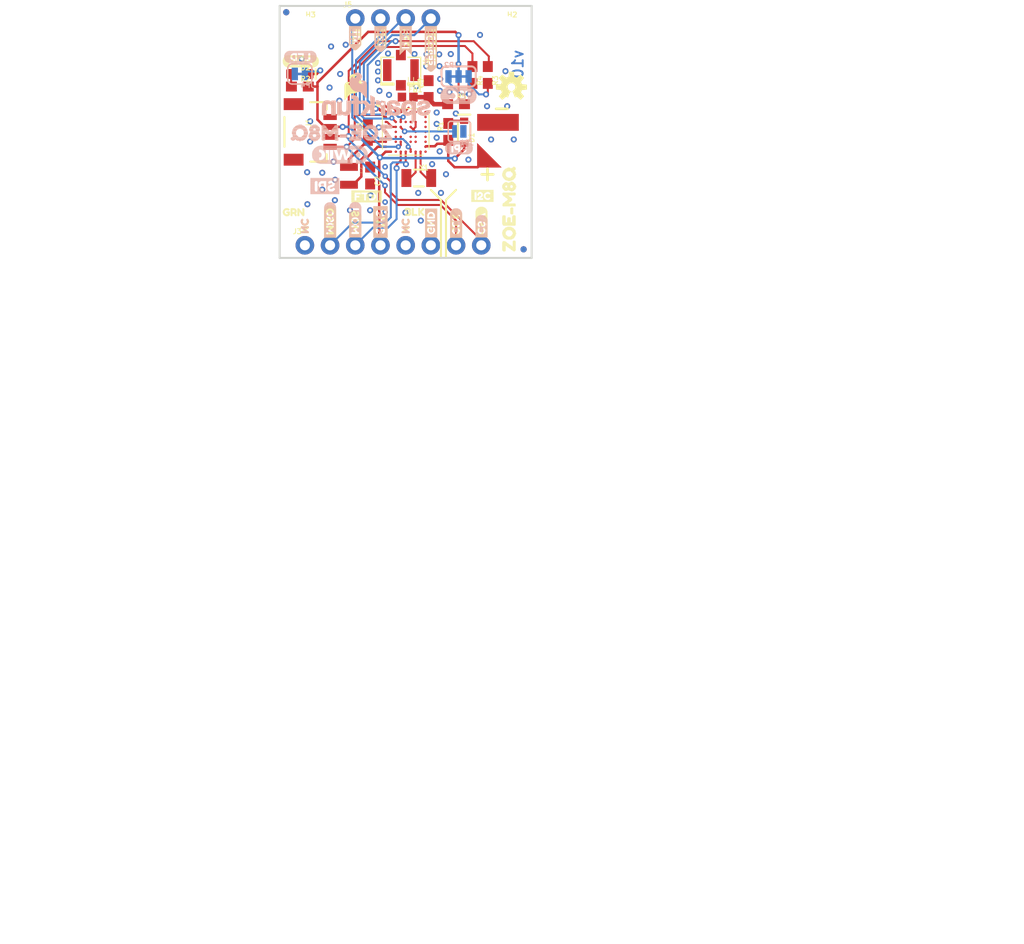
<source format=kicad_pcb>
(kicad_pcb (version 20211014) (generator pcbnew)
  (layers (0 "F.Cu" signal) (31 "B.Cu" signal) (34 "B.Paste" user) (35 "F.Paste" user) (36 "B.SilkS" user "B.Silkscreen") (37 "F.SilkS" user "F.Silkscreen") (38 "B.Mask" user) (39 "F.Mask" user) (44 "Edge.Cuts" user))
  (net 0 "")
  (net 1 "GND")
  (net 2 "3.3V")
  (net 3 "SDA/CS")
  (net 4 "SCL/CLK")
  (net 5 "N$7")
  (net 6 "N$6")
  (net 7 "V_BATT")
  (net 8 "TXO/MISO")
  (net 9 "D_SEL")
  (net 10 "N$13")
  (net 11 "N$15")
  (net 12 "TIMEPULSE")
  (net 13 "~{SAFEBOOT}")
  (net 14 "~{RESET}")
  (net 15 "N$2")
  (net 16 "RXI/MOSI")
  (net 17 "N$1")
  (net 18 "N$3")
  (net 19 "N$4")
  (net 20 "N$8")
  (net 21 "ANT")
  (net 22 "N$9")
  (net 23 "~{INT}")
  (footprint "boardEagle:STAND-OFF-TIGHT" (layer "F.Cu") (at 138.3411 94.8436)
    (fp_text reference "H3")
    (fp_text value "STAND-OFFTIGHT")
  )
  (footprint "boardEagle:UBLOX_ZOE_M8-0-10" (layer "F.Cu") (at 148.5011 105.0036)
    (fp_text reference "U1")
    (fp_text value "U-BLOX_ZOE_M8Q-0-10")
  )
  (footprint "boardEagle:#SFBOOT0" (layer "F.Cu") (at 151.0411 99.1108 90)
    (fp_text reference "U$14" hide)
    (fp_text value "" hide)
  )
  (footprint "boardEagle:NC0" (layer "F.Cu") (at 148.5011 115.9256 90)
    (fp_text reference "U$22" hide)
    (fp_text value "" hide)
  )
  (footprint "boardEagle:0806" (layer "F.Cu") (at 142.7861 109.8296 -90)
    (fp_text reference "L2")
    (fp_text value "2.2uH")
  )
  (footprint "boardEagle:I2C0" (layer "F.Cu") (at 154.7241 111.4552)
    (fp_text reference "U$29" hide)
    (fp_text value "" hide)
  )
  (footprint "boardEagle:FTDI0" (layer "F.Cu") (at 142.6337 111.506)
    (fp_text reference "U$28" hide)
    (fp_text value "" hide)
  )
  (footprint "boardEagle:0603" (layer "F.Cu") (at 155.2321 99.2632 -90)
    (fp_text reference "R4")
    (fp_text value "2.2k")
  )
  (footprint "boardEagle:0603" (layer "F.Cu") (at 156.7815 99.2632 -90)
    (fp_text reference "R3")
    (fp_text value "2.2k")
  )
  (footprint "boardEagle:0603" (layer "F.Cu") (at 144.6911 105.0036 90)
    (fp_text reference "C1")
    (fp_text value "4.7uF")
  )
  (footprint "boardEagle:#INT0" (layer "F.Cu") (at 143.4211 96.9772 90)
    (fp_text reference "U$11" hide)
    (fp_text value "" hide)
  )
  (footprint "boardEagle:0402" (layer "F.Cu") (at 148.7043 101.4984)
    (fp_text reference "FB1")
    (fp_text value "FERRITE_BEAD-120_OHM-0402")
  )
  (footprint "boardEagle:NC0" (layer "F.Cu") (at 138.3411 115.9256 90)
    (fp_text reference "U$33" hide)
    (fp_text value "" hide)
  )
  (footprint "boardEagle:1X08_NO_SILK" (layer "F.Cu") (at 138.3411 116.4336)
    (fp_text reference "J3")
    (fp_text value "")
  )
  (footprint "boardEagle:0603" (layer "F.Cu") (at 150.8125 100.6856 90)
    (fp_text reference "C3")
    (fp_text value "47pF")
  )
  (footprint "boardEagle:CRYSTAL-SMD-3.2X1.5MM" (layer "F.Cu") (at 149.8219 109.6518)
    (fp_text reference "Y1")
    (fp_text value "32.768kHz")
  )
  (footprint "boardEagle:SCL0" (layer "F.Cu") (at 153.5811 116.0272 90)
    (fp_text reference "U$3" hide)
    (fp_text value "" hide)
  )
  (footprint "boardEagle:FIDUCIAL-MICRO" (layer "F.Cu") (at 160.3883 116.84)
    (fp_text reference "FD4" hide)
    (fp_text value "FIDUCIALUFIDUCIAL" hide)
  )
  (footprint "boardEagle:0603" (layer "F.Cu") (at 152.7937 105.0036 90)
    (fp_text reference "R1")
    (fp_text value "3.3k")
  )
  (footprint "boardEagle:TXO0" (layer "F.Cu") (at 140.8811 116.0526 90)
    (fp_text reference "U$15" hide)
    (fp_text value "" hide)
  )
  (footprint "boardEagle:U.FL" (layer "F.Cu") (at 148.0185 98.7806 -90)
    (fp_text reference "J4")
    (fp_text value "U.FL")
  )
  (footprint "boardEagle:0603" (layer "F.Cu") (at 153.5811 102.2096)
    (fp_text reference "R5")
    (fp_text value "10")
  )
  (footprint "boardEagle:ML414H_IV01E" (layer "F.Cu") (at 158.4071 105.8926 180)
    (fp_text reference "B1")
    (fp_text value "ML414H_IV01E_BATTERY")
  )
  (footprint "boardEagle:3V3-03" (layer "F.Cu") (at 145.9611 116.1288 90)
    (fp_text reference "U$1" hide)
    (fp_text value "" hide)
  )
  (footprint "boardEagle:ORDERING_INSTRUCTIONS" (layer "F.Cu") (at 107.8611 135.9916)
    (fp_text reference "LOGO4" hide)
    (fp_text value "SPECIAL_INSTRUCTIONS-ORDERING" hide)
  )
  (footprint "boardEagle:STAND-OFF-TIGHT" (layer "F.Cu") (at 158.6611 94.8436)
    (fp_text reference "H2")
    (fp_text value "STAND-OFFTIGHT")
  )
  (footprint "boardEagle:0603" (layer "F.Cu") (at 144.9197 109.3978 -90)
    (fp_text reference "C2")
    (fp_text value "0.1uF")
  )
  (footprint "boardEagle:RXI0" (layer "F.Cu") (at 143.4211 116.0018 90)
    (fp_text reference "U$19" hide)
    (fp_text value "" hide)
  )
  (footprint "boardEagle:LED-0603" (layer "F.Cu") (at 137.8331 99.1616)
    (fp_text reference "D2")
    (fp_text value "RED")
  )
  (footprint "boardEagle:SOD-323" (layer "F.Cu") (at 154.3939 105.029 -90)
    (fp_text reference "D1")
    (fp_text value "0.5A/40V/420mV")
  )
  (footprint "boardEagle:#RST0" (layer "F.Cu") (at 145.9611 97.1296 90)
    (fp_text reference "U$12" hide)
    (fp_text value "" hide)
  )
  (footprint "boardEagle:GRN0" (layer "F.Cu") (at 135.417563 113.085882)
    (fp_text reference "U$31" hide)
    (fp_text value "" hide)
  )
  (footprint "boardEagle:GND0" (layer "F.Cu") (at 151.0665 116.0018 90)
    (fp_text reference "U$4" hide)
    (fp_text value "" hide)
  )
  (footprint "boardEagle:1X04_NO_SILK" (layer "F.Cu") (at 143.4211 93.5736)
    (fp_text reference "J5")
    (fp_text value "")
  )
  (footprint "boardEagle:PWR-()-03" (layer "F.Cu") (at 136.0551 97.8916)
    (fp_text reference "U$26" hide)
    (fp_text value "" hide)
  )
  (footprint "boardEagle:JST04_1MM_RA" (layer "F.Cu") (at 140.8811 105.0036 -90)
    (fp_text reference "J1")
    (fp_text value "")
  )
  (footprint "boardEagle:0603" (layer "F.Cu") (at 137.8331 100.4316)
    (fp_text reference "R2")
    (fp_text value "1k")
  )
  (footprint "boardEagle:FIDUCIAL-MICRO" (layer "F.Cu") (at 136.4615 92.9386)
    (fp_text reference "FD1" hide)
    (fp_text value "FIDUCIALUFIDUCIAL" hide)
  )
  (footprint "boardEagle:SDA0" (layer "F.Cu") (at 156.1465 116.0018 90)
    (fp_text reference "U$2" hide)
    (fp_text value "" hide)
  )
  (footprint "boardEagle:SFE_LOGO_FLAME_.1" (layer "F.Cu") (at 143.187415 100.44176)
    (fp_text reference "LOGO3" hide)
    (fp_text value "SFE_LOGO_FLAME.1_INCH" hide)
  )
  (footprint "boardEagle:BLK0" (layer "F.Cu") (at 147.701 113.063019)
    (fp_text reference "U$20" hide)
    (fp_text value "" hide)
  )
  (footprint "boardEagle:ZOE#M8Q0" (layer "F.Cu") (at 158.9151 118.2116 90)
    (fp_text reference "U$30" hide)
    (fp_text value "" hide)
  )
  (footprint "boardEagle:PPS0" (layer "F.Cu") (at 148.5011 97.3074 90)
    (fp_text reference "U$23" hide)
    (fp_text value "" hide)
  )
  (footprint "boardEagle:OSHW-LOGO-S" (layer "F.Cu") (at 159.164021 100.490022)
    (fp_text reference "LOGO2" hide)
    (fp_text value "OSHW-LOGOS" hide)
  )
  (footprint "boardEagle:CREATIVE_COMMONS" (layer "F.Cu") (at 127.9271 130.4036)
    (fp_text reference "FRAME1" hide)
    (fp_text value "FRAME-LETTER" hide)
  )
  (footprint "boardEagle:#INT0" (layer "B.Cu") (at 143.3957 96.9772 90)
    (fp_text reference "U$18" hide)
    (fp_text value "" hide)
  )
  (footprint "boardEagle:QWIIC_COPYRIGHT_SMALL" (layer "B.Cu") (at 141.8971 107.2896 180)
    (fp_text reference "U$36" hide)
    (fp_text value "" hide)
  )
  (footprint "boardEagle:SFE_LOGO_NAME_FLAME_.1" (layer "B.Cu") (at 145.4531 102.7176 180)
    (fp_text reference "LOGO1" hide)
    (fp_text value "SFE_LOGO_NAME_FLAME.1_INCH" hide)
  )
  (footprint "boardEagle:SMT-JUMPER_2_NO_SILK" (layer "B.Cu") (at 153.9113 104.9528)
    (fp_text reference "JP1")
    (fp_text value "JUMPER-SMT_2_NO_SILK")
  )
  (footprint "boardEagle:MOSI0" (layer "B.Cu") (at 143.4211 116.0272 90)
    (fp_text reference "U$27" hide)
    (fp_text value "" hide)
  )
  (footprint "boardEagle:CLK0" (layer "B.Cu") (at 153.5811 116.0272 90)
    (fp_text reference "U$8" hide)
    (fp_text value "" hide)
  )
  (footprint "boardEagle:PPS0" (layer "B.Cu") (at 148.5011 97.3074 90)
    (fp_text reference "U$13" hide)
    (fp_text value "" hide)
  )
  (footprint "boardEagle:#SFBOOT0" (layer "B.Cu") (at 151.0411 99.1108 90)
    (fp_text reference "U$24" hide)
    (fp_text value "" hide)
  )
  (footprint "boardEagle:SPI0" (layer "B.Cu") (at 142.294781 110.460244 180)
    (fp_text reference "U$9" hide)
    (fp_text value "" hide)
  )
  (footprint "boardEagle:3V3-03" (layer "B.Cu") (at 145.9611 116.1288 90)
    (fp_text reference "U$10" hide)
    (fp_text value "" hide)
  )
  (footprint "boardEagle:CS0" (layer "B.Cu") (at 156.1465 116.0272 90)
    (fp_text reference "U$5" hide)
    (fp_text value "" hide)
  )
  (footprint "boardEagle:LED0" (layer "B.Cu") (at 139.6111 97.444557 180)
    (fp_text reference "U$25" hide)
    (fp_text value "" hide)
  )
  (footprint "boardEagle:NC0" (layer "B.Cu") (at 138.3411 115.9256 90)
    (fp_text reference "U$35" hide)
    (fp_text value "" hide)
  )
  (footprint "boardEagle:SMT-JUMPER_2_NC_TRACE_SILK" (layer "B.Cu") (at 137.8331 99.1616)
    (fp_text reference "JP4")
    (fp_text value "JUMPER-SMT_2_NC_TRACE_SILK")
  )
  (footprint "boardEagle:SMT-JUMPER_3_2-NC_TRACE_SILK" (layer "B.Cu") (at 153.8351 99.4156 180)
    (fp_text reference "JP2")
    (fp_text value "JUMPER-SMT_3_2-NC_TRACE_SILK")
  )
  (footprint "boardEagle:NC0" (layer "B.Cu") (at 148.5011 115.9256 90)
    (fp_text reference "U$34" hide)
    (fp_text value "" hide)
  )
  (footprint "boardEagle:FIDUCIAL-MICRO" (layer "B.Cu") (at 160.3883 116.84 180)
    (fp_text reference "FD2" hide)
    (fp_text value "FIDUCIALUFIDUCIAL" hide)
  )
  (footprint "boardEagle:ZOE#M8Q0" (layer "B.Cu") (at 148.5519 105.0798 180)
    (fp_text reference "U$16" hide)
    (fp_text value "" hide)
  )
  (footprint "boardEagle:FIDUCIAL-MICRO" (layer "B.Cu") (at 136.4615 92.9386 180)
    (fp_text reference "FD3" hide)
    (fp_text value "FIDUCIALUFIDUCIAL" hide)
  )
  (footprint "boardEagle:#RST0" (layer "B.Cu") (at 145.9611 97.1296 90)
    (fp_text reference "U$21" hide)
    (fp_text value "" hide)
  )
  (footprint "boardEagle:GND0" (layer "B.Cu") (at 151.0665 116.0018 90)
    (fp_text reference "U$7" hide)
    (fp_text value "" hide)
  )
  (footprint "boardEagle:MISO0" (layer "B.Cu") (at 140.8811 116.0526 90)
    (fp_text reference "U$6" hide)
    (fp_text value "" hide)
  )
  (footprint "boardEagle:I_SUPER2_C-()-04" (layer "B.Cu") (at 155.722318 101.35616 180)
    (fp_text reference "U$32" hide)
    (fp_text value "" hide)
  )
  (footprint "boardEagle:SPI0" (layer "B.Cu") (at 155.326081 106.659682 180)
    (fp_text reference "U$17" hide)
    (fp_text value "" hide)
  )
  (gr_line (start 152.5651 111.8616) (end 153.5811 110.8456) (layer "F.SilkS") (width 0.2032))
  (gr_line (start 152.5651 117.7036) (end 152.5651 111.8616) (layer "F.SilkS") (width 0.2032))
  (gr_line (start 152.0571 117.7036) (end 152.0571 111.8616) (layer "F.SilkS") (width 0.2032))
  (gr_line (start 152.0571 111.8616) (end 151.0411 110.8456) (layer "F.SilkS") (width 0.2032))
  (gr_line (start 135.8011 92.3036) (end 135.8011 117.7036) (layer "Edge.Cuts") (width 0.2032))
  (gr_line (start 135.8011 117.7036) (end 161.2011 117.7036) (layer "Edge.Cuts") (width 0.2032))
  (gr_line (start 161.2011 92.3036) (end 135.8011 92.3036) (layer "Edge.Cuts") (width 0.2032))
  (gr_line (start 161.2011 117.7036) (end 161.2011 92.3036) (layer "Edge.Cuts") (width 0.2032))
  (gr_text "v10" (at 160.4391 96.6216 -270) (layer "B.Cu") (effects (font (size 1.0795 1.0795) (thickness 0.1905)) (justify left bottom mirror)))
  (gr_text "-" (at 157.0863 103.4542) (layer "F.SilkS") (effects (font (size 1.5113 1.5113) (thickness 0.2667)) (justify left bottom)))
  (gr_text "+" (at 155.6385 110.0582) (layer "F.SilkS") (effects (font (size 1.5113 1.5113) (thickness 0.2667)) (justify left bottom)))
  (segment (start 149.5051 104.5076) (end 149.5051 103.9996) (width 0.2032) (layer "F.Cu") (net 1))
  (segment (start 148.5051 102.858379) (end 148.803359 102.560119) (width 0.2032) (layer "F.Cu") (net 1))
  (segment (start 147.5051 104.4996) (end 147.1321 104.4996) (width 0.2032) (layer "F.Cu") (net 1))
  (segment (start 146.3501 102.8446) (end 145.962593 102.8446) (width 0.254) (layer "F.Cu") (net 1))
  (segment (start 148.5051 102.9996) (end 148.5051 102.858379) (width 0.2032) (layer "F.Cu") (net 1))
  (segment (start 147.5051 102.9996) (end 147.5051 102.841738) (width 0.2032) (layer "F.Cu") (net 1))
  (segment (start 147.1321 104.4996) (end 146.6321 103.9996) (width 0.2032) (layer "F.Cu") (net 1))
  (segment (start 145.784793 102.6668) (end 145.4785 102.6668) (width 0.254) (layer "F.Cu") (net 1))
  (segment (start 147.5051 102.841738) (end 147.007581 102.344219) (width 0.2032) (layer "F.Cu") (net 1))
  (segment (start 145.962593 102.8446) (end 145.784793 102.6668) (width 0.254) (layer "F.Cu") (net 1))
  (segment (start 149.2591 104.7536) (end 149.5051 104.5076) (width 0.2032) (layer "F.Cu") (net 1))
  (segment (start 149.0051 104.4996) (end 149.2591 104.7536) (width 0.2032) (layer "F.Cu") (net 1))
  (segment (start 149.2591 104.7536) (end 149.5051 104.9996) (width 0.2032) (layer "F.Cu") (net 1))
  (segment (start 146.6321 103.9996) (end 146.5051 103.9996) (width 0.2032) (layer "F.Cu") (net 1))
  (segment (start 146.5051 102.9996) (end 146.3501 102.8446) (width 0.254) (layer "F.Cu") (net 1))
  (via (at 151.9555 100.8634) (size 0.6096) (drill 0.3048) (layers "F.Cu" "B.Cu") (net 1))
  (via (at 158.7373 102.4128) (size 0.6096) (drill 0.3048) (layers "F.Cu" "B.Cu") (net 1))
  (via (at 145.7833 104.5464) (size 0.6096) (drill 0.3048) (layers "F.Cu" "B.Cu") (net 1))
  (via (at 146.428459 112.0775) (size 0.5588) (drill 0.254) (layers "F.Cu" "B.Cu") (net 1))
  (via (at 144.9451 111.379) (size 0.6096) (drill 0.3048) (layers "F.Cu" "B.Cu") (net 1))
  (via (at 152.9207 100.9904) (size 0.6096) (drill 0.3048) (layers "F.Cu" "B.Cu") (net 1))
  (via (at 138.5697 109.0676) (size 0.6096) (drill 0.3048) (layers "F.Cu" "B.Cu") (net 1))
  (via (at 158.5595 98.8822) (size 0.6096) (drill 0.3048) (layers "F.Cu" "B.Cu") (net 1))
  (via (at 138.8745 105.9688) (size 0.6096) (drill 0.3048) (layers "F.Cu" "B.Cu") (net 1))
  (via (at 140.0937 110.8202) (size 0.6096) (drill 0.3048) (layers "F.Cu" "B.Cu") (net 1))
  (via (at 154.8257 107.7976) (size 0.6096) (drill 0.3048) (layers "F.Cu" "B.Cu") (net 1))
  (via (at 155.9941 95.2246) (size 0.6096) (drill 0.3048) (layers "F.Cu" "B.Cu") (net 1))
  (via (at 141.3637 111.887) (size 0.6096) (drill 0.3048) (layers "F.Cu" "B.Cu") (net 1))
  (via (at 151.1681 108.2548) (size 0.6096) (drill 0.3048) (layers "F.Cu" "B.Cu") (net 1))
  (via (at 149.3901 97.155) (size 0.6096) (drill 0.3048) (layers "F.Cu" "B.Cu") (net 1))
  (via (at 138.0109 97.6376) (size 0.6096) (drill 0.3048) (layers "F.Cu" "B.Cu") (net 1))
  (via (at 140.9827 96.393) (size 0.6096) (drill 0.3048) (layers "F.Cu" "B.Cu") (net 1))
  (via (at 138.8745 103.9368) (size 0.6096) (drill 0.3048) (layers "F.Cu" "B.Cu") (net 1))
  (via (at 152.5651 109.2708) (size 0.6096) (drill 0.3048) (layers "F.Cu" "B.Cu") (net 1))
  (via (at 156.7053 102.4128) (size 0.6096) (drill 0.3048) (layers "F.Cu" "B.Cu") (net 1))
  (via (at 142.4559 96.2152) (size 0.6096) (drill 0.3048) (layers "F.Cu" "B.Cu") (net 1))
  (via (at 148.4757 113.1316) (size 0.6096) (drill 0.3048) (layers "F.Cu" "B.Cu") (net 1))
  (via (at 141.2367 108.0008) (size 0.6096) (drill 0.3048) (layers "F.Cu" "B.Cu") (net 1))
  (via (at 146.7231 97.1042) (size 0.6096) (drill 0.3048) (layers "F.Cu" "B.Cu") (net 1))
  (via (at 141.8209 101.854) (size 0.6096) (drill 0.3048) (layers "F.Cu" "B.Cu") (net 1))
  (via (at 150.5839 98.3742) (size 0.6096) (drill 0.3048) (layers "F.Cu" "B.Cu") (net 1))
  (via (at 153.5557 103.1494) (size 0.6096) (drill 0.3048) (layers "F.Cu" "B.Cu") (net 1))
  (via (at 146.428459 108.5215) (size 0.5588) (drill 0.254) (layers "F.Cu" "B.Cu") (net 1))
  (via (at 146.428459 113.0935) (size 0.5588) (drill 0.254) (layers "F.Cu" "B.Cu") (net 1))
  (via (at 145.4785 102.6668) (size 0.6096) (drill 0.3048) (layers "F.Cu" "B.Cu") (net 1))
  (via (at 140.8303 100.5332) (size 0.6096) (drill 0.3048) (layers "F.Cu" "B.Cu") (net 1))
  (via (at 151.6253 103.0478) (size 0.6096) (drill 0.3048) (layers "F.Cu" "B.Cu") (net 1))
  (via (at 145.712181 98.05416) (size 0.6096) (drill 0.3048) (layers "F.Cu" "B.Cu") (net 1))
  (via (at 151.6253 104.1908) (size 0.6096) (drill 0.3048) (layers "F.Cu" "B.Cu") (net 1))
  (via (at 149.7711 111.1504) (size 0.6096) (drill 0.3048) (layers "F.Cu" "B.Cu") (net 1))
  (via (at 159.3977 105.7656) (size 0.6096) (drill 0.3048) (layers "F.Cu" "B.Cu") (net 1))
  (via (at 153.0477 97.155) (size 0.6096) (drill 0.3048) (layers "F.Cu" "B.Cu") (net 1))
  (via (at 145.8595 100.8634) (size 0.6096) (drill 0.3048) (layers "F.Cu" "B.Cu") (net 1))
  (via (at 150.0251 113.9444) (size 0.6096) (drill 0.3048) (layers "F.Cu" "B.Cu") (net 1))
  (via (at 141.3891 109.8296) (size 0.6096) (drill 0.3048) (layers "F.Cu" "B.Cu") (net 1))
  (via (at 157.1117 105.7656) (size 0.6096) (drill 0.3048) (layers "F.Cu" "B.Cu") (net 1))
  (via (at 151.8793 97.1804) (size 0.6096) (drill 0.3048) (layers "F.Cu" "B.Cu") (net 1))
  (via (at 149.5679 100.4062) (size 0.6096) (drill 0.3048) (layers "F.Cu" "B.Cu") (net 1))
  (via (at 151.9047 98.3742) (size 0.6096) (drill 0.3048) (layers "F.Cu" "B.Cu") (net 1))
  (via (at 145.712178 98.915222) (size 0.6096) (drill 0.3048) (layers "F.Cu" "B.Cu") (net 1))
  (via (at 150.6093 97.1804) (size 0.6096) (drill 0.3048) (layers "F.Cu" "B.Cu") (net 1))
  (via (at 151.9301 106.9594) (size 0.6096) (drill 0.3048) (layers "F.Cu" "B.Cu") (net 1))
  (via (at 140.0937 109.1184) (size 0.6096) (drill 0.3048) (layers "F.Cu" "B.Cu") (net 1))
  (via (at 152.0571 111.1504) (size 0.6096) (drill 0.3048) (layers "F.Cu" "B.Cu") (net 1))
  (via (at 138.5951 112.2934) (size 0.6096) (drill 0.3048) (layers "F.Cu" "B.Cu") (net 1))
  (via (at 146.8247 101.2698) (size 0.6096) (drill 0.3048) (layers "F.Cu" "B.Cu") (net 1))
  (via (at 151.6253 105.5878) (size 0.6096) (drill 0.3048) (layers "F.Cu" "B.Cu") (net 1))
  (via (at 145.714718 99.804222) (size 0.6096) (drill 0.3048) (layers "F.Cu" "B.Cu") (net 1))
  (via (at 144.9197 112.903) (size 0.6096) (drill 0.3048) (layers "F.Cu" "B.Cu") (net 1))
  (via (at 151.9809 99.6696) (size 0.6096) (drill 0.3048) (layers "F.Cu" "B.Cu") (net 1))
  (via (at 141.8971 99.1616) (size 0.6096) (drill 0.3048) (layers "F.Cu" "B.Cu") (net 1))
  (via (at 142.8877 112.903) (size 0.6096) (drill 0.3048) (layers "F.Cu" "B.Cu") (net 1))
  (segment (start 154.3939 106.7562) (end 153.4541 107.696) (width 0.254) (layer "F.Cu") (net 2))
  (segment (start 145.8341 116.3066) (end 145.8341 108.5596) (width 0.254) (layer "F.Cu") (net 2))
  (segment (start 145.8976 107.5817) (end 145.8341 107.6452) (width 0.254) (layer "F.Cu") (net 2))
  (segment (start 139.6111 100.0252) (end 144.7165 94.9198) (width 0.254) (layer "F.Cu") (net 2))
  (segment (start 154.3939 106.179) (end 154.3939 106.7562) (width 0.254) (layer "F.Cu") (net 2))
  (segment (start 153.5049 94.9198) (end 153.8351 95.25) (width 0.254) (layer "F.Cu") (net 2))
  (segment (start 145.9611 116.4336) (end 145.8341 116.3066) (width 0.254) (layer "F.Cu") (net 2))
  (segment (start 144.7165 94.9198) (end 153.5049 94.9198) (width 0.254) (layer "F.Cu") (net 2))
  (segment (start 144.9197 108.5478) (end 144.9315 108.5596) (width 0.254) (layer "F.Cu") (net 2))
  (segment (start 154.4311 102.2096) (end 153.8351 101.6136) (width 0.2032) (layer "F.Cu") (net 2))
  (segment (start 140.8811 104.5036) (end 140.8891 104.4956) (width 0.254) (layer "F.Cu") (net 2))
  (segment (start 139.6111 103.767) (end 139.6111 100.4316) (width 0.254) (layer "F.Cu") (net 2))
  (segment (start 145.8341 107.6452) (end 145.8341 108.5596) (width 0.254) (layer "F.Cu") (net 2))
  (segment (start 138.6831 100.4316) (end 139.6111 100.4316) (width 0.254) (layer "F.Cu") (net 2))
  (segment (start 145.8341 108.5596) (end 144.9315 108.5596) (width 0.254) (layer "F.Cu") (net 2))
  (segment (start 146.4797 106.9996) (end 145.8976 107.5817) (width 0.254) (layer "F.Cu") (net 2))
  (segment (start 153.8351 101.6136) (end 153.8351 98.1456) (width 0.2032) (layer "F.Cu") (net 2))
  (segment (start 140.8891 104.4956) (end 142.1511 104.4956) (width 0.254) (layer "F.Cu") (net 2))
  (segment (start 139.6111 100.4316) (end 139.6111 100.0252) (width 0.254) (layer "F.Cu") (net 2))
  (segment (start 146.5051 106.9996) (end 147.0051 106.9996) (width 0.254) (layer "F.Cu") (net 2))
  (segment (start 140.3477 104.5036) (end 139.6111 103.767) (width 0.254) (layer "F.Cu") (net 2))
  (segment (start 140.8811 104.5036) (end 140.3477 104.5036) (width 0.254) (layer "F.Cu") (net 2))
  (segment (start 146.5051 106.9996) (end 146.4797 106.9996) (width 0.254) (layer "F.Cu") (net 2))
  (via (at 153.8351 95.25) (size 0.6096) (drill 0.3048) (layers "F.Cu" "B.Cu") (net 2))
  (via (at 153.4541 107.696) (size 0.6096) (drill 0.3048) (layers "F.Cu" "B.Cu") (net 2))
  (via (at 145.8976 107.5817) (size 0.6096) (drill 0.3048) (layers "F.Cu" "B.Cu") (net 2))
  (via (at 142.1511 104.4956) (size 0.6096) (drill 0.3048) (layers "F.Cu" "B.Cu") (net 2))
  (via (at 153.8351 98.1456) (size 0.5588) (drill 0.254) (layers "F.Cu" "B.Cu") (net 2))
  (segment (start 145.9611 107.6452) (end 153.4033 107.6452) (width 0.254) (layer "B.Cu") (net 2))
  (segment (start 142.1511 104.4956) (end 142.8115 104.4956) (width 0.254) (layer "B.Cu") (net 2))
  (segment (start 145.8976 107.5817) (end 145.9611 107.6452) (width 0.254) (layer "B.Cu") (net 2))
  (segment (start 153.8351 95.25) (end 153.8351 98.1456) (width 0.254) (layer "B.Cu") (net 2))
  (segment (start 142.8115 104.4956) (end 145.8976 107.5817) (width 0.254) (layer "B.Cu") (net 2))
  (segment (start 153.8351 98.1456) (end 153.8351 99.4156) (width 0.254) (layer "B.Cu") (net 2))
  (segment (start 153.4033 107.6452) (end 153.4541 107.696) (width 0.254) (layer "B.Cu") (net 2))
  (segment (start 140.8811 105.5036) (end 140.9573 105.4274) (width 0.2032) (layer "F.Cu") (net 3))
  (segment (start 156.8831 98.3116) (end 156.7815 98.4132) (width 0.2032) (layer "F.Cu") (net 3))
  (segment (start 142.7607 98.8568) (end 145.7579 95.8596) (width 0.2032) (layer "F.Cu") (net 3))
  (segment (start 147.7391 111.8616) (end 152.0571 111.8616) (width 0.2032) (layer "F.Cu") (net 3))
  (segment (start 152.0571 111.8616) (end 156.1211 115.9256) (width 0.2032) (layer "F.Cu") (net 3))
  (segment (start 146.9771 110.0074) (end 146.9771 111.0996) (width 0.2032) (layer "F.Cu") (net 3))
  (segment (start 147.0051 102.9996) (end 147.0051 102.9234) (width 0.2032) (layer "F.Cu") (net 3))
  (segment (start 146.9771 111.0996) (end 147.7391 111.8616) (width 0.2032) (layer "F.Cu") (net 3))
  (segment (start 156.1211 115.9256) (end 156.1211 116.4336) (width 0.2032) (layer "F.Cu") (net 3))
  (segment (start 147.4851 95.8596) (end 155.3591 95.8596) (width 0.2032) (layer "F.Cu") (net 3))
  (segment (start 155.3591 95.8596) (end 156.8831 97.3836) (width 0.2032) (layer "F.Cu") (net 3))
  (segment (start 142.7607 105.4194) (end 142.7607 98.8568) (width 0.2032) (layer "F.Cu") (net 3))
  (segment (start 156.8831 97.3836) (end 156.8831 98.3116) (width 0.2032) (layer "F.Cu") (net 3))
  (segment (start 147.0051 102.9234) (end 146.2659 102.1842) (width 0.2032) (layer "F.Cu") (net 3))
  (segment (start 142.7527 105.4274) (end 142.7607 105.4194) (width 0.2032) (layer "F.Cu") (net 3))
  (segment (start 142.7527 105.4274) (end 140.9573 105.4274) (width 0.2032) (layer "F.Cu") (net 3))
  (segment (start 146.2659 102.1842) (end 146.1643 102.1842) (width 0.2032) (layer "F.Cu") (net 3))
  (segment (start 146.4437 109.474) (end 146.9771 110.0074) (width 0.2032) (layer "F.Cu") (net 3))
  (segment (start 145.7579 95.8596) (end 147.4851 95.8596) (width 0.2032) (layer "F.Cu") (net 3))
  (via (at 147.4851 95.8596) (size 0.6096) (drill 0.3048) (layers "F.Cu" "B.Cu") (net 3))
  (via (at 142.7527 105.4274) (size 0.6096) (drill 0.3048) (layers "F.Cu" "B.Cu") (net 3))
  (via (at 146.1643 102.1842) (size 0.6096) (drill 0.3048) (layers "F.Cu" "B.Cu") (net 3))
  (via (at 146.4437 109.474) (size 0.5588) (drill 0.254) (layers "F.Cu" "B.Cu") (net 3))
  (segment (start 146.0627 102.0826) (end 144.9197 102.0826) (width 0.2032) (layer "B.Cu") (net 3))
  (segment (start 146.4437 109.474) (end 142.7527 105.783) (width 0.2032) (layer "B.Cu") (net 3))
  (segment (start 142.7527 105.4274) (end 142.7527 105.783) (width 0.2032) (layer "B.Cu") (net 3))
  (segment (start 147.0787 95.8596) (end 147.4851 95.8596) (width 0.2032) (layer "B.Cu") (net 3))
  (segment (start 146.1643 102.1842) (end 146.0627 102.0826) (width 0.2032) (layer "B.Cu") (net 3))
  (segment (start 144.6657 98.2726) (end 147.0787 95.8596) (width 0.2032) (layer "B.Cu") (net 3))
  (segment (start 144.6657 101.8286) (end 144.6657 98.2726) (width 0.2032) (layer "B.Cu") (net 3))
  (segment (start 144.9197 102.0826) (end 144.6657 101.8286) (width 0.2032) (layer "B.Cu") (net 3))
  (segment (start 154.4701 96.3422) (end 155.2321 97.1042) (width 0.2032) (layer "F.Cu") (net 4))
  (segment (start 146.1643 103.3018) (end 143.4211 103.3018) (width 0.2032) (layer "F.Cu") (net 4))
  (segment (start 143.3703 105.6894) (end 143.3703 103.3526) (width 0.2032) (layer "F.Cu") (net 4))
  (segment (start 147.9423 96.4438) (end 148.0439 96.3422) (width 0.2032) (layer "F.Cu") (net 4))
  (segment (start 146.4183 111.09706) (end 146.4183 110.4138) (width 0.2032) (layer "F.Cu") (net 4))
  (segment (start 142.5561 106.5036) (end 143.3703 105.6894) (width 0.2032) (layer "F.Cu") (net 4))
  (segment (start 140.8811 106.5036) (end 142.5561 106.5036) (width 0.2032) (layer "F.Cu") (net 4))
  (segment (start 153.5811 113.9444) (end 152.0063 112.3696) (width 0.2032) (layer "F.Cu") (net 4))
  (segment (start 143.3703 103.3526) (end 143.3703 98.8314) (width 0.2032) (layer "F.Cu") (net 4))
  (segment (start 143.4211 103.3018) (end 143.3703 103.3526) (width 0.2032) (layer "F.Cu") (net 4))
  (segment (start 152.0063 112.3696) (end 147.69084 112.3696) (width 0.2032) (layer "F.Cu") (net 4))
  (segment (start 147.69084 112.3696) (end 146.4183 111.09706) (width 0.2032) (layer "F.Cu") (net 4))
  (segment (start 145.7579 96.4438) (end 147.9423 96.4438) (width 0.2032) (layer "F.Cu") (net 4))
  (segment (start 153.5811 116.4336) (end 153.5811 113.9444) (width 0.2032) (layer "F.Cu") (net 4))
  (segment (start 148.0439 96.3422) (end 154.4701 96.3422) (width 0.2032) (layer "F.Cu") (net 4))
  (segment (start 155.2321 97.1042) (end 155.2321 98.4132) (width 0.2032) (layer "F.Cu") (net 4))
  (segment (start 146.3621 103.4996) (end 146.1643 103.3018) (width 0.2032) (layer "F.Cu") (net 4))
  (segment (start 146.5051 103.4996) (end 146.3621 103.4996) (width 0.2032) (layer "F.Cu") (net 4))
  (segment (start 143.3703 98.8314) (end 145.7579 96.4438) (width 0.2032) (layer "F.Cu") (net 4))
  (via (at 142.5561 106.5036) (size 0.6096) (drill 0.3048) (layers "F.Cu" "B.Cu") (net 4))
  (via (at 146.4183 110.4138) (size 0.5588) (drill 0.254) (layers "F.Cu" "B.Cu") (net 4))
  (segment (start 142.5561 106.5036) (end 142.5561 106.5516) (width 0.2032) (layer "B.Cu") (net 4))
  (segment (start 146.4183 110.4138) (end 142.5561 106.5516) (width 0.2032) (layer "B.Cu") (net 4))
  (segment (start 143.2005 110.3296) (end 142.7861 110.3296) (width 0.254) (layer "F.Cu") (net 5))
  (segment (start 144.0307 107.77795) (end 144.0307 109.4994) (width 0.254) (layer "F.Cu") (net 5))
  (segment (start 144.0307 109.4994) (end 143.2005 110.3296) (width 0.254) (layer "F.Cu") (net 5))
  (segment (start 144.29345 107.5152) (end 144.6687 107.5152) (width 0.254) (layer "F.Cu") (net 5))
  (segment (start 144.6687 107.5152) (end 145.6843 106.4996) (width 0.254) (layer "F.Cu") (net 5))
  (segment (start 144.0307 107.77795) (end 144.29345 107.5152) (width 0.254) (layer "F.Cu") (net 5))
  (segment (start 145.6843 106.4996) (end 146.5051 106.4996) (width 0.254) (layer "F.Cu") (net 5))
  (segment (start 144.6911 105.8536) (end 142.7861 107.7586) (width 0.254) (layer "F.Cu") (net 6))
  (segment (start 144.8771 106.0396) (end 144.6911 105.8536) (width 0.2032) (layer "F.Cu") (net 6))
  (segment (start 146.5051 105.9996) (end 144.9171 105.9996) (width 0.2032) (layer "F.Cu") (net 6))
  (segment (start 142.7861 108.0516) (end 142.7861 108.5296) (width 0.254) (layer "F.Cu") (net 6))
  (segment (start 142.7861 107.7586) (end 142.7861 108.0516) (width 0.254) (layer "F.Cu") (net 6))
  (segment (start 144.9171 105.9996) (end 144.8771 106.0396) (width 0.2032) (layer "F.Cu") (net 6))
  (segment (start 155.7501 108.5596) (end 153.4287 108.5596) (width 0.254) (layer "F.Cu") (net 7))
  (segment (start 150.5559 106.4488) (end 151.4365 106.4488) (width 0.254) (layer "F.Cu") (net 7))
  (segment (start 150.5051 106.4996) (end 150.5559 106.4488) (width 0.254) (layer "F.Cu") (net 7))
  (segment (start 156.3851 107.9246) (end 155.7501 108.5596) (width 0.254) (layer "F.Cu") (net 7))
  (segment (start 152.7937 106.1974) (end 152.7937 107.9246) (width 0.254) (layer "F.Cu") (net 7))
  (segment (start 153.4287 108.5596) (end 152.7937 107.9246) (width 0.254) (layer "F.Cu") (net 7))
  (segment (start 151.6879 106.1974) (end 152.7937 106.1974) (width 0.254) (layer "F.Cu") (net 7))
  (segment (start 152.7937 105.8536) (end 152.7937 106.1974) (width 0.254) (layer "F.Cu") (net 7))
  (segment (start 151.4365 106.4488) (end 151.6879 106.1974) (width 0.254) (layer "F.Cu") (net 7))
  (segment (start 148.5265 108.2548) (end 148.5051 108.2334) (width 0.2032) (layer "F.Cu") (net 8))
  (segment (start 148.5051 108.2334) (end 148.5051 106.9996) (width 0.2032) (layer "F.Cu") (net 8))
  (via (at 148.5265 108.2548) (size 0.6096) (drill 0.3048) (layers "F.Cu" "B.Cu") (net 8))
  (segment (start 146.4691 114.1476) (end 143.1671 114.1476) (width 0.2032) (layer "B.Cu") (net 8))
  (segment (start 147.0025 113.6142) (end 146.4691 114.1476) (width 0.2032) (layer "B.Cu") (net 8))
  (segment (start 147.2057 108.077) (end 147.0025 108.2802) (width 0.2032) (layer "B.Cu") (net 8))
  (segment (start 148.3487 108.077) (end 147.2057 108.077) (width 0.2032) (layer "B.Cu") (net 8))
  (segment (start 147.0025 108.2802) (end 147.0025 113.6142) (width 0.2032) (layer "B.Cu") (net 8))
  (segment (start 143.1671 114.1476) (end 140.8811 116.4336) (width 0.2032) (layer "B.Cu") (net 8))
  (segment (start 148.5265 108.2548) (end 148.3487 108.077) (width 0.2032) (layer "B.Cu") (net 8))
  (segment (start 148.0051 104.5584) (end 148.3995 104.9528) (width 0.2032) (layer "F.Cu") (net 9))
  (segment (start 148.0051 104.4996) (end 148.0051 104.5584) (width 0.2032) (layer "F.Cu") (net 9))
  (via (at 148.3995 104.9528) (size 0.5588) (drill 0.254) (layers "F.Cu" "B.Cu") (net 9))
  (segment (start 153.5049 104.9528) (end 148.3995 104.9528) (width 0.2032) (layer "B.Cu") (net 9))
  (segment (start 150.6093 109.6518) (end 151.0719 109.6518) (width 0.2032) (layer "F.Cu") (net 10))
  (segment (start 150.0051 106.9996) (end 150.0051 109.0476) (width 0.2032) (layer "F.Cu") (net 10))
  (segment (start 150.0051 109.0476) (end 150.6093 109.6518) (width 0.2032) (layer "F.Cu") (net 10))
  (segment (start 149.5051 109.0796) (end 148.9329 109.6518) (width 0.2032) (layer "F.Cu") (net 11))
  (segment (start 149.5051 109.0796) (end 149.5051 106.9996) (width 0.2032) (layer "F.Cu") (net 11))
  (segment (start 148.5719 109.6518) (end 148.9329 109.6518) (width 0.2032) (layer "F.Cu") (net 11))
  (segment (start 147.5051 103.9996) (end 147.1121 103.6066) (width 0.2032) (layer "F.Cu") (net 12))
  (segment (start 147.1121 103.6066) (end 147.1041 103.6066) (width 0.2032) (layer "F.Cu") (net 12))
  (via (at 147.1041 103.6066) (size 0.508) (drill 0.2032) (layers "F.Cu" "B.Cu") (net 12))
  (segment (start 147.0533 103.6574) (end 144.3355 103.6574) (width 0.2032) (layer "B.Cu") (net 12))
  (segment (start 148.2471 93.5736) (end 143.8783 97.9424) (width 0.2032) (layer "B.Cu") (net 12))
  (segment (start 147.1041 103.6066) (end 147.0533 103.6574) (width 0.2032) (layer "B.Cu") (net 12))
  (segment (start 144.3355 103.6574) (end 143.8783 103.2002) (width 0.2032) (layer "B.Cu") (net 12))
  (segment (start 143.8783 103.2002) (end 143.8783 97.9424) (width 0.2032) (layer "B.Cu") (net 12))
  (segment (start 148.5011 93.5736) (end 148.2471 93.5736) (width 0.2032) (layer "B.Cu") (net 12))
  (segment (start 148.0051 103.747) (end 148.0051 103.9996) (width 0.2032) (layer "F.Cu") (net 13))
  (segment (start 148.2471 103.505) (end 148.0051 103.747) (width 0.2032) (layer "F.Cu") (net 13))
  (via (at 148.2471 103.505) (size 0.508) (drill 0.2032) (layers "F.Cu" "B.Cu") (net 13))
  (segment (start 144.2847 98.0948) (end 147.1295 95.25) (width 0.2032) (layer "B.Cu") (net 13))
  (segment (start 147.1295 95.25) (end 149.3647 95.25) (width 0.2032) (layer "B.Cu") (net 13))
  (segment (start 147.3327 103.0732) (end 146.6469 103.0732) (width 0.2032) (layer "B.Cu") (net 13))
  (segment (start 146.4691 103.251) (end 144.5895 103.251) (width 0.2032) (layer "B.Cu") (net 13))
  (segment (start 147.7645 103.505) (end 147.3327 103.0732) (width 0.2032) (layer "B.Cu") (net 13))
  (segment (start 146.6469 103.0732) (end 146.4691 103.251) (width 0.2032) (layer "B.Cu") (net 13))
  (segment (start 148.2471 103.505) (end 147.7645 103.505) (width 0.2032) (layer "B.Cu") (net 13))
  (segment (start 144.2847 102.9462) (end 144.2847 98.0948) (width 0.2032) (layer "B.Cu") (net 13))
  (segment (start 144.5895 103.251) (end 144.2847 102.9462) (width 0.2032) (layer "B.Cu") (net 13))
  (segment (start 149.3647 95.25) (end 151.0411 93.5736) (width 0.2032) (layer "B.Cu") (net 13))
  (segment (start 149.0051 106.7522) (end 148.7551 106.5022) (width 0.2032) (layer "F.Cu") (net 14))
  (segment (start 149.0051 106.9996) (end 149.0051 106.7522) (width 0.2032) (layer "F.Cu") (net 14))
  (via (at 148.7551 106.5022) (size 0.508) (drill 0.2032) (layers "F.Cu" "B.Cu") (net 14))
  (segment (start 148.2217 105.7148) (end 148.7551 106.2482) (width 0.2032) (layer "B.Cu") (net 14))
  (segment (start 145.8341 105.7148) (end 148.2217 105.7148) (width 0.2032) (layer "B.Cu") (net 14))
  (segment (start 145.8341 105.7148) (end 143.4973 103.378) (width 0.2032) (layer "B.Cu") (net 14))
  (segment (start 148.7551 106.2482) (end 148.7551 106.5022) (width 0.2032) (layer "B.Cu") (net 14))
  (segment (start 145.9611 95.3008) (end 145.9611 93.5736) (width 0.2032) (layer "B.Cu") (net 14))
  (segment (start 143.4973 103.378) (end 143.4973 97.7646) (width 0.2032) (layer "B.Cu") (net 14))
  (segment (start 145.9611 95.3008) (end 143.4973 97.7646) (width 0.2032) (layer "B.Cu") (net 14))
  (segment (start 153.0477 103.8996) (end 152.7937 104.1536) (width 0.254) (layer "F.Cu") (net 15))
  (segment (start 154.3733 103.8996) (end 153.0477 103.8996) (width 0.254) (layer "F.Cu") (net 15))
  (segment (start 154.3939 103.879) (end 154.3733 103.8996) (width 0.254) (layer "F.Cu") (net 15))
  (segment (start 148.0051 107.8872) (end 147.5867 108.3056) (width 0.2032) (layer "F.Cu") (net 16))
  (segment (start 147.5867 108.3056) (end 147.5867 108.6612) (width 0.2032) (layer "F.Cu") (net 16))
  (segment (start 148.0051 106.9996) (end 148.0051 107.8872) (width 0.2032) (layer "F.Cu") (net 16))
  (via (at 147.5867 108.6612) (size 0.6096) (drill 0.3048) (layers "F.Cu" "B.Cu") (net 16))
  (segment (start 147.5867 113.792) (end 146.7231 114.6556) (width 0.2032) (layer "B.Cu") (net 16))
  (segment (start 147.5867 108.6612) (end 147.5867 113.792) (width 0.2032) (layer "B.Cu") (net 16))
  (segment (start 146.7231 114.6556) (end 145.1991 114.6556) (width 0.2032) (layer "B.Cu") (net 16))
  (segment (start 145.1991 114.6556) (end 143.4211 116.4336) (width 0.2032) (layer "B.Cu") (net 16))
  (segment (start 156.7815 100.1132) (end 156.7815 101.0412) (width 0.2032) (layer "F.Cu") (net 17))
  (segment (start 156.7815 101.0412) (end 156.6037 101.219) (width 0.2032) (layer "F.Cu") (net 17))
  (via (at 156.6037 101.219) (size 0.6096) (drill 0.3048) (layers "F.Cu" "B.Cu") (net 17))
  (segment (start 155.8925 101.219) (end 154.8511 100.1776) (width 0.2032) (layer "B.Cu") (net 17))
  (segment (start 156.6037 101.219) (end 155.8925 101.219) (width 0.2032) (layer "B.Cu") (net 17))
  (segment (start 154.8511 100.1776) (end 154.8511 99.4156) (width 0.2032) (layer "B.Cu") (net 17))
  (segment (start 155.2321 100.8634) (end 154.9019 101.1936) (width 0.2032) (layer "F.Cu") (net 18))
  (segment (start 155.2321 100.1132) (end 155.2321 100.8634) (width 0.2032) (layer "F.Cu") (net 18))
  (via (at 154.9019 101.1936) (size 0.6096) (drill 0.3048) (layers "F.Cu" "B.Cu") (net 18))
  (segment (start 154.9019 101.1936) (end 154.0129 101.1936) (width 0.2032) (layer "B.Cu") (net 18))
  (segment (start 152.8191 99.4156) (end 152.8191 99.9998) (width 0.2032) (layer "B.Cu") (net 18))
  (segment (start 154.0129 101.1936) (end 152.8191 99.9998) (width 0.2032) (layer "B.Cu") (net 18))
  (segment (start 136.9831 100.4316) (end 136.9561 100.4046) (width 0.2032) (layer "F.Cu") (net 19))
  (segment (start 136.9561 99.1616) (end 136.9561 100.4046) (width 0.2032) (layer "F.Cu") (net 19))
  (segment (start 139.5349 99.1616) (end 139.8905 98.806) (width 0.254) (layer "F.Cu") (net 20))
  (segment (start 138.7101 99.1616) (end 139.5349 99.1616) (width 0.254) (layer "F.Cu") (net 20))
  (via (at 139.8905 98.806) (size 0.6096) (drill 0.3048) (layers "F.Cu" "B.Cu") (net 20))
  (segment (start 138.3411 99.1616) (end 138.5951 98.9076) (width 0.2032) (layer "B.Cu") (net 20))
  (segment (start 138.5951 98.9076) (end 139.7889 98.9076) (width 0.2032) (layer "B.Cu") (net 20))
  (segment (start 139.7889 98.9076) (end 139.8905 98.806) (width 0.2032) (layer "B.Cu") (net 20))
  (segment (start 148.0051 102.9996) (end 148.0051 102.7564) (width 0.254) (layer "F.Cu") (net 21))
  (segment (start 150.8125 101.6762) (end 150.8125 101.5356) (width 0.4572) (layer "F.Cu") (net 22))
  (segment (start 152.7311 102.2096) (end 151.3459 102.2096) (width 0.4572) (layer "F.Cu") (net 22))
  (segment (start 150.8125 101.6762) (end 150.6347 101.4984) (width 0.4572) (layer "F.Cu") (net 22))
  (segment (start 149.2843 101.4984) (end 150.6347 101.4984) (width 0.4572) (layer "F.Cu") (net 22))
  (segment (start 151.3459 102.2096) (end 150.8125 101.6762) (width 0.4572) (layer "F.Cu") (net 22))
  (segment (start 148.0051 106.3378) (end 148.0051 105.9996) (width 0.2032) (layer "F.Cu") (net 23))
  (segment (start 147.8407 106.5022) (end 147.7645 106.5022) (width 0.2032) (layer "F.Cu") (net 23))
  (segment (start 147.8407 106.5022) (end 148.0051 106.3378) (width 0.2032) (layer "F.Cu") (net 23))
  (via (at 147.7645 106.5022) (size 0.508) (drill 0.2032) (layers "F.Cu" "B.Cu") (net 23))
  (segment (start 143.1163 93.8784) (end 143.1163 103.5558) (width 0.2032) (layer "B.Cu") (net 23))
  (segment (start 146.0627 106.5022) (end 143.1163 103.5558) (width 0.2032) (layer "B.Cu") (net 23))
  (segment (start 147.7645 106.5022) (end 146.0627 106.5022) (width 0.2032) (layer "B.Cu") (net 23))
  (segment (start 143.4211 93.5736) (end 143.1163 93.8784) (width 0.2032) (layer "B.Cu") (net 23))
)
</source>
